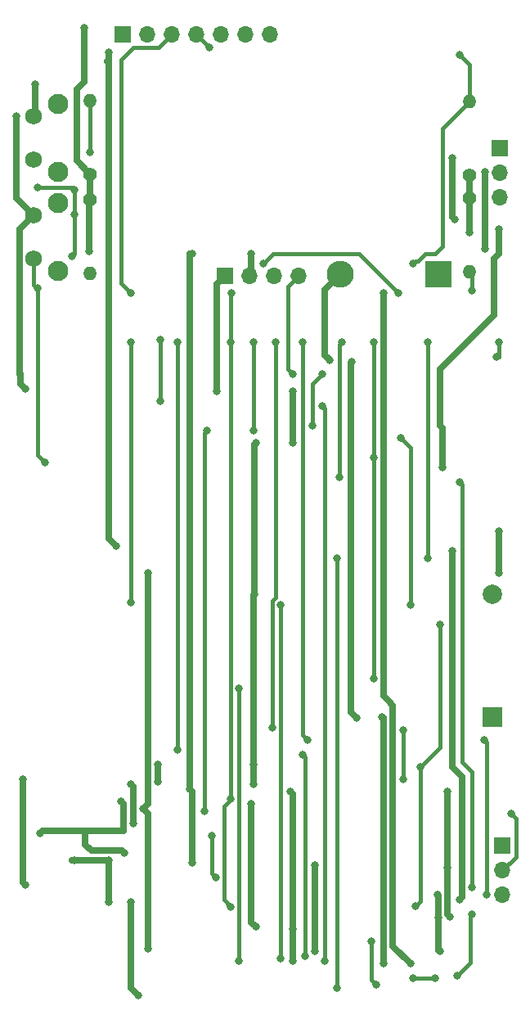
<source format=gbr>
%TF.GenerationSoftware,KiCad,Pcbnew,6.0.10-86aedd382b~118~ubuntu22.04.1*%
%TF.CreationDate,2023-01-20T17:58:32-05:00*%
%TF.ProjectId,picoco2,7069636f-636f-4322-9e6b-696361645f70,rev?*%
%TF.SameCoordinates,Original*%
%TF.FileFunction,Copper,L2,Bot*%
%TF.FilePolarity,Positive*%
%FSLAX46Y46*%
G04 Gerber Fmt 4.6, Leading zero omitted, Abs format (unit mm)*
G04 Created by KiCad (PCBNEW 6.0.10-86aedd382b~118~ubuntu22.04.1) date 2023-01-20 17:58:32*
%MOMM*%
%LPD*%
G01*
G04 APERTURE LIST*
%TA.AperFunction,ComponentPad*%
%ADD10C,1.400000*%
%TD*%
%TA.AperFunction,ComponentPad*%
%ADD11O,1.400000X1.400000*%
%TD*%
%TA.AperFunction,ComponentPad*%
%ADD12R,1.700000X1.700000*%
%TD*%
%TA.AperFunction,ComponentPad*%
%ADD13O,1.700000X1.700000*%
%TD*%
%TA.AperFunction,ComponentPad*%
%ADD14R,2.000000X2.000000*%
%TD*%
%TA.AperFunction,ComponentPad*%
%ADD15C,2.000000*%
%TD*%
%TA.AperFunction,ComponentPad*%
%ADD16C,2.100000*%
%TD*%
%TA.AperFunction,ComponentPad*%
%ADD17C,1.750000*%
%TD*%
%TA.AperFunction,ComponentPad*%
%ADD18R,2.800000X2.800000*%
%TD*%
%TA.AperFunction,ComponentPad*%
%ADD19O,2.800000X2.800000*%
%TD*%
%TA.AperFunction,ViaPad*%
%ADD20C,0.800000*%
%TD*%
%TA.AperFunction,Conductor*%
%ADD21C,0.400000*%
%TD*%
%TA.AperFunction,Conductor*%
%ADD22C,0.700000*%
%TD*%
G04 APERTURE END LIST*
D10*
%TO.P,R13,1*%
%TO.N,+3V3*%
X48500000Y-18836800D03*
D11*
%TO.P,R13,2*%
%TO.N,SCL*%
X48500000Y-26456800D03*
%TD*%
D12*
%TO.P,J3,1,Pin_1*%
%TO.N,unconnected-(J3-Pad1)*%
X51917200Y-85852000D03*
D13*
%TO.P,J3,2,Pin_2*%
%TO.N,Net-(J3-Pad2)*%
X51917200Y-88392000D03*
%TO.P,J3,3,Pin_3*%
%TO.N,WRITE_EN*%
X51917200Y-90932000D03*
%TD*%
D14*
%TO.P,BT2,1,+*%
%TO.N,VBAT_AAA*%
X50901600Y-72491600D03*
D15*
%TO.P,BT2,2,-*%
%TO.N,GND*%
X50901600Y-59791600D03*
%TD*%
D16*
%TO.P,SW2,*%
%TO.N,*%
X5916500Y-19375000D03*
X5916500Y-26385000D03*
D17*
%TO.P,SW2,1,1*%
%TO.N,BUT_B*%
X3426500Y-25135000D03*
%TO.P,SW2,2,2*%
%TO.N,GND*%
X3426500Y-20635000D03*
%TD*%
D12*
%TO.P,U3,1,GND*%
%TO.N,GND*%
X23190000Y-26924000D03*
D13*
%TO.P,U3,2,3V3*%
%TO.N,+3V3*%
X25730000Y-26924000D03*
%TO.P,U3,3,SCL*%
%TO.N,SCL*%
X28270000Y-26924000D03*
%TO.P,U3,4,SDA*%
%TO.N,SDA*%
X30810000Y-26924000D03*
%TD*%
D10*
%TO.P,R11,1*%
%TO.N,+3V3*%
X9271000Y-19050000D03*
D11*
%TO.P,R11,2*%
%TO.N,BUT_B*%
X9271000Y-26670000D03*
%TD*%
D10*
%TO.P,R10,1*%
%TO.N,+3V3*%
X9296400Y-16408400D03*
D11*
%TO.P,R10,2*%
%TO.N,BUT_A*%
X9296400Y-8788400D03*
%TD*%
D12*
%TO.P,J1,1,Pin_1*%
%TO.N,VSYS*%
X51700600Y-13664200D03*
D13*
%TO.P,J1,2,Pin_2*%
%TO.N,Net-(D1-Pad1)*%
X51700600Y-16204200D03*
%TO.P,J1,3,Pin_3*%
%TO.N,unconnected-(J1-Pad3)*%
X51700600Y-18744200D03*
%TD*%
D16*
%TO.P,SW1,*%
%TO.N,*%
X5944400Y-9124400D03*
X5944400Y-16134400D03*
D17*
%TO.P,SW1,1,1*%
%TO.N,BUT_A*%
X3454400Y-14884400D03*
%TO.P,SW1,2,2*%
%TO.N,GND*%
X3454400Y-10384400D03*
%TD*%
D10*
%TO.P,R12,1*%
%TO.N,+3V3*%
X48500000Y-16500000D03*
D11*
%TO.P,R12,2*%
%TO.N,SDA*%
X48500000Y-8880000D03*
%TD*%
D12*
%TO.P,U2,1,3v3*%
%TO.N,+3V3*%
X12623800Y-1930400D03*
D13*
%TO.P,U2,2,GND*%
%TO.N,SCD30_GND*%
X15163800Y-1930400D03*
%TO.P,U2,3,SCL*%
%TO.N,SCL*%
X17703800Y-1930400D03*
%TO.P,U2,4,SDA*%
%TO.N,SDA*%
X20243800Y-1930400D03*
%TO.P,U2,5,RDY*%
%TO.N,unconnected-(U2-Pad5)*%
X22783800Y-1930400D03*
%TO.P,U2,6,PWM*%
%TO.N,unconnected-(U2-Pad6)*%
X25323800Y-1930400D03*
%TO.P,U2,7,SEL*%
%TO.N,unconnected-(U2-Pad7)*%
X27863800Y-1930400D03*
%TD*%
D18*
%TO.P,D2,1,K*%
%TO.N,Net-(D1-Pad1)*%
X45330000Y-26720800D03*
D19*
%TO.P,D2,2,A*%
%TO.N,VBAT_AAA*%
X35170000Y-26720800D03*
%TD*%
D20*
%TO.N,BUZZER*%
X41656000Y-78994000D03*
X28448000Y-33782000D03*
X41656000Y-73914000D03*
X28156500Y-73660000D03*
%TO.N,SD_CS*%
X44196000Y-33782000D03*
X44196000Y-56134000D03*
X34798000Y-56134000D03*
X34798000Y-100584000D03*
%TO.N,MOSI*%
X33274000Y-40386000D03*
X16510000Y-39878000D03*
X16510000Y-33528000D03*
X33528000Y-97723500D03*
%TO.N,+3V3*%
X45327225Y-93264258D03*
X25908000Y-24638000D03*
X32512000Y-96774000D03*
X45278500Y-90932000D03*
X19812000Y-87630000D03*
X9144000Y-24384000D03*
X45466000Y-96774000D03*
X19812000Y-24638000D03*
X19558000Y-80010000D03*
X8636000Y-1270000D03*
X32512000Y-87884000D03*
X48500000Y-22366000D03*
%TO.N,GND*%
X1651000Y-10414000D03*
X30226000Y-44196000D03*
X2540000Y-38608000D03*
X30226000Y-94488000D03*
X46482000Y-93218000D03*
X26162000Y-79502000D03*
X16256000Y-77470000D03*
X22352000Y-38862000D03*
X29972000Y-80264000D03*
X3556000Y-7112000D03*
X26263600Y-59791600D03*
X46228000Y-80264000D03*
X26416000Y-44196000D03*
X30226000Y-97790000D03*
X30226000Y-38862000D03*
X26162000Y-77470000D03*
X12827000Y-86614000D03*
X16256000Y-79248000D03*
X4064000Y-84582000D03*
X46228000Y-88138000D03*
X12446000Y-81280000D03*
%TO.N,SCK*%
X18288000Y-75946000D03*
X31242000Y-76454000D03*
X18288000Y-33782000D03*
X31496000Y-97282000D03*
%TO.N,MISO*%
X13462000Y-60706000D03*
X28956000Y-60960000D03*
X13462000Y-33782000D03*
X28956000Y-97536000D03*
%TO.N,Net-(J3-Pad2)*%
X52832000Y-82550000D03*
%TO.N,WRITE_EN*%
X50292000Y-90932000D03*
X31750000Y-74930000D03*
X31242000Y-33782000D03*
X50038000Y-74930000D03*
%TO.N,SCD30_EN*%
X48768000Y-92964000D03*
X47244000Y-99314000D03*
X35052000Y-47752000D03*
X42672000Y-99568000D03*
X38354000Y-95758000D03*
X44958000Y-99568000D03*
X35306000Y-33782000D03*
X48768000Y-90170000D03*
X38862000Y-100212502D03*
X47498000Y-48260000D03*
%TO.N,SCD30_GND*%
X11176000Y-3810000D03*
X47498000Y-91440000D03*
X46736000Y-55372000D03*
X11938000Y-54864000D03*
%TO.N,BUT_A*%
X7366000Y-24892000D03*
X41148000Y-28702000D03*
X9245600Y-14122400D03*
X7620000Y-18034000D03*
X3810000Y-17780000D03*
X7620000Y-20574000D03*
X27178000Y-25654000D03*
%TO.N,BUT_B*%
X4572000Y-46228000D03*
X24638000Y-97790000D03*
X3810000Y-28194000D03*
X24638000Y-69596000D03*
X38608000Y-33782000D03*
X38608000Y-68580000D03*
X38608000Y-45720000D03*
%TO.N,Net-(BT1-Pad1)*%
X26415200Y-94234800D03*
X25908000Y-81534000D03*
%TO.N,VSYS*%
X46990000Y-21082000D03*
X45720000Y-46736000D03*
X51562000Y-22098000D03*
X46736000Y-14732000D03*
%TO.N,SDA*%
X47498000Y-4064000D03*
X43434000Y-77724000D03*
X33274000Y-37084000D03*
X51562000Y-33782000D03*
X21590000Y-3302000D03*
X45466000Y-62992000D03*
X41402000Y-43688000D03*
X51308000Y-35306000D03*
X42672000Y-25654000D03*
X42418000Y-60960000D03*
X42926000Y-92057300D03*
X30226000Y-37084000D03*
X32258000Y-42418000D03*
%TO.N,SCL*%
X23876000Y-28702000D03*
X23838500Y-92202000D03*
X48768000Y-28448000D03*
X23838500Y-81026000D03*
X23838500Y-33744500D03*
X13462000Y-28702000D03*
%TO.N,RTC_INT*%
X26162000Y-33782000D03*
X21082000Y-82296000D03*
X21336000Y-42926000D03*
X26162000Y-42926000D03*
%TO.N,VBAT_AAA*%
X39624000Y-98044000D03*
X36830000Y-72593200D03*
X36322000Y-35814000D03*
X34036000Y-35597500D03*
X39522400Y-72491600D03*
%TO.N,VBAT_LIPO*%
X14224000Y-101346000D03*
X11176000Y-87376000D03*
X11176000Y-91694000D03*
X13462000Y-91694000D03*
X7620000Y-87376000D03*
%TO.N,Net-(C1-Pad1)*%
X21844000Y-84836000D03*
X22314500Y-89154000D03*
%TO.N,VBUS*%
X15240000Y-96520000D03*
X15240000Y-57658000D03*
X51562000Y-53340000D03*
X51562000Y-57658000D03*
X14732000Y-82042000D03*
%TO.N,Net-(R7-Pad2)*%
X2286000Y-78994000D03*
X2540000Y-89916000D03*
%TO.N,Net-(R8-Pad1)*%
X13462000Y-79502000D03*
X13716000Y-83566000D03*
%TO.N,Net-(D1-Pad1)*%
X50165000Y-16129000D03*
X39624000Y-28702000D03*
X50165000Y-24130000D03*
X42418000Y-98044000D03*
%TD*%
D21*
%TO.N,BUZZER*%
X28156500Y-60489500D02*
X28448000Y-60198000D01*
X28156500Y-73660000D02*
X28156500Y-60489500D01*
X28448000Y-60198000D02*
X28448000Y-33782000D01*
X41656000Y-78994000D02*
X41656000Y-73914000D01*
%TO.N,SD_CS*%
X34798000Y-100584000D02*
X34798000Y-91440000D01*
X34798000Y-91440000D02*
X34798000Y-56134000D01*
X44196000Y-56134000D02*
X44196000Y-33782000D01*
%TO.N,MOSI*%
X33528000Y-92710000D02*
X33528000Y-40640000D01*
X33528000Y-40640000D02*
X33274000Y-40386000D01*
X16510000Y-39878000D02*
X16510000Y-33528000D01*
X33528000Y-97723500D02*
X33528000Y-92710000D01*
D22*
%TO.N,+3V3*%
X7874000Y-7620000D02*
X7874000Y-14986000D01*
X48500000Y-18836800D02*
X48500000Y-22366000D01*
X48500000Y-18836800D02*
X48500000Y-16500000D01*
X9296400Y-19024600D02*
X9271000Y-19050000D01*
X19812000Y-87630000D02*
X19812000Y-80264000D01*
X19558000Y-24638000D02*
X19812000Y-24638000D01*
X45327225Y-90980725D02*
X45278500Y-90932000D01*
X45327225Y-93264258D02*
X45327225Y-96635225D01*
X45327225Y-96635225D02*
X45466000Y-96774000D01*
X8636000Y-6858000D02*
X7874000Y-7620000D01*
D21*
X25908000Y-27178000D02*
X25730000Y-27000000D01*
D22*
X25908000Y-24638000D02*
X25908000Y-26746000D01*
X8636000Y-1270000D02*
X8636000Y-6858000D01*
X19812000Y-80264000D02*
X19558000Y-80010000D01*
X7874000Y-14986000D02*
X9296400Y-16408400D01*
X45327225Y-93264258D02*
X45327225Y-90980725D01*
X19558000Y-80010000D02*
X19558000Y-24638000D01*
X9144000Y-19177000D02*
X9271000Y-19050000D01*
X9144000Y-24384000D02*
X9144000Y-19177000D01*
X9296400Y-16408400D02*
X9296400Y-19024600D01*
X32512000Y-96774000D02*
X32512000Y-87884000D01*
X25908000Y-26746000D02*
X25730000Y-26924000D01*
%TO.N,GND*%
X4318000Y-84328000D02*
X4064000Y-84582000D01*
X8763000Y-85725000D02*
X8763000Y-84328000D01*
X16256000Y-79248000D02*
X16256000Y-77470000D01*
X26263600Y-59791600D02*
X26263600Y-44348400D01*
X3556000Y-7112000D02*
X3556000Y-10282800D01*
X8763000Y-84328000D02*
X4318000Y-84328000D01*
X3426500Y-20635000D02*
X2001500Y-22060000D01*
X1651000Y-10414000D02*
X1651000Y-18859500D01*
X30226000Y-44196000D02*
X30226000Y-38862000D01*
X2001500Y-22060000D02*
X2001500Y-37053500D01*
X26162000Y-79502000D02*
X26162000Y-77470000D01*
X22352000Y-38862000D02*
X22352000Y-27762000D01*
X3556000Y-10282800D02*
X3454400Y-10384400D01*
X12700000Y-84328000D02*
X12700000Y-81534000D01*
X12827000Y-86614000D02*
X12573000Y-86360000D01*
X12573000Y-86360000D02*
X9398000Y-86360000D01*
X30226000Y-80518000D02*
X29972000Y-80264000D01*
X26162000Y-77470000D02*
X26162000Y-59893200D01*
X46228000Y-92964000D02*
X46482000Y-93218000D01*
X46228000Y-88138000D02*
X46228000Y-80264000D01*
X12700000Y-81534000D02*
X12446000Y-81280000D01*
X2001500Y-37053500D02*
X2032000Y-37084000D01*
X26263600Y-44348400D02*
X26416000Y-44196000D01*
X2032000Y-38100000D02*
X2540000Y-38608000D01*
X26162000Y-59893200D02*
X26263600Y-59791600D01*
X2032000Y-37084000D02*
X2032000Y-38100000D01*
X12700000Y-84328000D02*
X8763000Y-84328000D01*
X1651000Y-18859500D02*
X3426500Y-20635000D01*
X9398000Y-86360000D02*
X8763000Y-85725000D01*
X22352000Y-27762000D02*
X23190000Y-26924000D01*
D21*
X23190000Y-27000000D02*
X23190000Y-27102000D01*
D22*
X30226000Y-97790000D02*
X30226000Y-80518000D01*
X46228000Y-88138000D02*
X46228000Y-92964000D01*
D21*
%TO.N,SCK*%
X18288000Y-75946000D02*
X18288000Y-33782000D01*
X31496000Y-76708000D02*
X31242000Y-76454000D01*
X31496000Y-97282000D02*
X31496000Y-76708000D01*
%TO.N,MISO*%
X13462000Y-38100000D02*
X13462000Y-60706000D01*
X13462000Y-33782000D02*
X13462000Y-38100000D01*
X28956000Y-60960000D02*
X28956000Y-97536000D01*
%TO.N,Net-(J3-Pad2)*%
X53340000Y-83058000D02*
X52832000Y-82550000D01*
X53340000Y-83312000D02*
X53340000Y-83058000D01*
X53340000Y-86969200D02*
X53340000Y-83312000D01*
X51917200Y-88392000D02*
X53340000Y-86969200D01*
%TO.N,WRITE_EN*%
X31750000Y-74930000D02*
X31242000Y-74422000D01*
X50292000Y-90932000D02*
X50292000Y-75184000D01*
X50292000Y-75184000D02*
X50038000Y-74930000D01*
X31242000Y-74422000D02*
X31242000Y-33782000D01*
%TO.N,SCD30_EN*%
X42672000Y-99568000D02*
X44958000Y-99568000D01*
X47752000Y-77216000D02*
X47752000Y-75946000D01*
X48768000Y-82804000D02*
X48768000Y-78232000D01*
X48651200Y-97906800D02*
X48651200Y-93080800D01*
X38354000Y-95758000D02*
X38354000Y-99704502D01*
X48768000Y-78232000D02*
X48514000Y-77978000D01*
X47244000Y-99314000D02*
X48651200Y-97906800D01*
X38354000Y-99704502D02*
X38862000Y-100212502D01*
X47752000Y-75946000D02*
X47752000Y-48514000D01*
X47752000Y-48514000D02*
X47498000Y-48260000D01*
X48768000Y-90170000D02*
X48768000Y-82804000D01*
X48514000Y-77978000D02*
X47752000Y-77216000D01*
X35052000Y-34036000D02*
X35306000Y-33782000D01*
X48651200Y-93080800D02*
X48768000Y-92964000D01*
X35052000Y-47752000D02*
X35052000Y-34036000D01*
D22*
%TO.N,SCD30_GND*%
X47244000Y-78232000D02*
X47752000Y-78740000D01*
X11176000Y-17526000D02*
X11176000Y-54102000D01*
X15367000Y-2133600D02*
X15163800Y-1930400D01*
X11176000Y-3810000D02*
X11176000Y-4602000D01*
X47752000Y-91186000D02*
X47498000Y-91440000D01*
X47752000Y-83312000D02*
X47752000Y-91186000D01*
X46736000Y-55372000D02*
X46736000Y-77724000D01*
X11176000Y-4602000D02*
X11064000Y-4714000D01*
X11176000Y-54102000D02*
X11938000Y-54864000D01*
X11176000Y-4826000D02*
X11176000Y-17526000D01*
X47752000Y-78740000D02*
X47752000Y-83312000D01*
X46736000Y-77724000D02*
X47244000Y-78232000D01*
X11064000Y-4714000D02*
X11176000Y-4826000D01*
D21*
%TO.N,BUT_A*%
X37084000Y-24638000D02*
X41148000Y-28702000D01*
X7620000Y-24638000D02*
X7620000Y-18034000D01*
X7366000Y-24892000D02*
X7620000Y-24638000D01*
X28194000Y-24638000D02*
X37084000Y-24638000D01*
X9296400Y-8788400D02*
X9296400Y-14122400D01*
X27178000Y-25654000D02*
X28194000Y-24638000D01*
X3810000Y-17780000D02*
X7366000Y-17780000D01*
X7366000Y-17780000D02*
X7620000Y-18034000D01*
%TO.N,BUT_B*%
X3426500Y-25135000D02*
X3426500Y-27810500D01*
X3810000Y-28194000D02*
X3810000Y-45466000D01*
X24638000Y-69596000D02*
X24638000Y-97790000D01*
X38608000Y-41402000D02*
X38608000Y-45720000D01*
X3810000Y-45466000D02*
X4572000Y-46228000D01*
X3426500Y-27810500D02*
X3810000Y-28194000D01*
X38608000Y-33782000D02*
X38608000Y-41402000D01*
X38608000Y-45720000D02*
X38608000Y-68580000D01*
D22*
%TO.N,Net-(BT1-Pad1)*%
X25908000Y-93727600D02*
X26415200Y-94234800D01*
X25908000Y-81534000D02*
X25908000Y-93727600D01*
%TO.N,VSYS*%
X46736000Y-14732000D02*
X46736000Y-20828000D01*
X45466000Y-42418000D02*
X45720000Y-42672000D01*
X45503500Y-36538500D02*
X45466000Y-36538500D01*
X51054000Y-25146000D02*
X51054000Y-30988000D01*
X45466000Y-36538500D02*
X45466000Y-42418000D01*
X51562000Y-22098000D02*
X51562000Y-24638000D01*
X51054000Y-30988000D02*
X45503500Y-36538500D01*
X45720000Y-42672000D02*
X45720000Y-46736000D01*
X51562000Y-24638000D02*
X51054000Y-25146000D01*
X46736000Y-20828000D02*
X46990000Y-21082000D01*
D21*
%TO.N,SDA*%
X29718000Y-36576000D02*
X29718000Y-28016000D01*
X45466000Y-71374000D02*
X45466000Y-62992000D01*
X21336000Y-3048000D02*
X21590000Y-3302000D01*
X32258000Y-38100000D02*
X33274000Y-37084000D01*
X32258000Y-42418000D02*
X32258000Y-38100000D01*
X43180000Y-25400000D02*
X42926000Y-25400000D01*
X29718000Y-28016000D02*
X30810000Y-26924000D01*
X21336000Y-3022600D02*
X20243800Y-1930400D01*
X30226000Y-37084000D02*
X29718000Y-36576000D01*
X21336000Y-3022600D02*
X21336000Y-3048000D01*
X45720000Y-11660000D02*
X45720000Y-23876000D01*
X45466000Y-75692000D02*
X45466000Y-71374000D01*
X43434000Y-91549300D02*
X42926000Y-92057300D01*
X42418000Y-60960000D02*
X42418000Y-44704000D01*
X45720000Y-23876000D02*
X44958000Y-24638000D01*
X42418000Y-44704000D02*
X41402000Y-43688000D01*
X42926000Y-25400000D02*
X42672000Y-25654000D01*
X51562000Y-33782000D02*
X51562000Y-35306000D01*
X48500000Y-5066000D02*
X48500000Y-8880000D01*
X43434000Y-77724000D02*
X43434000Y-91549300D01*
X43942000Y-24638000D02*
X43180000Y-25400000D01*
X44958000Y-24638000D02*
X43942000Y-24638000D01*
X43434000Y-77724000D02*
X45466000Y-75692000D01*
X51562000Y-35306000D02*
X51308000Y-35306000D01*
X48500000Y-8880000D02*
X45720000Y-11660000D01*
X47498000Y-4064000D02*
X48500000Y-5066000D01*
%TO.N,SCL*%
X23838500Y-81026000D02*
X23876000Y-81063500D01*
X23838500Y-81063500D02*
X23114000Y-81788000D01*
X23876000Y-28702000D02*
X23838500Y-28739500D01*
D22*
X28448000Y-26873200D02*
X28600400Y-27025600D01*
D21*
X13716000Y-3302000D02*
X16332200Y-3302000D01*
X48768000Y-28448000D02*
X48768000Y-26724800D01*
X23838500Y-81026000D02*
X23838500Y-81063500D01*
X23838500Y-81026000D02*
X23838500Y-34581500D01*
X23838500Y-92164500D02*
X23114000Y-91440000D01*
X23838500Y-34581500D02*
X23838500Y-33744500D01*
X12446000Y-27686000D02*
X12446000Y-4572000D01*
X23622000Y-81026000D02*
X23838500Y-81026000D01*
X13462000Y-28702000D02*
X12446000Y-27686000D01*
X16332200Y-3302000D02*
X17703800Y-1930400D01*
X23838500Y-92202000D02*
X23838500Y-92164500D01*
D22*
X28321000Y-26949000D02*
X28270000Y-27000000D01*
D21*
X48768000Y-26724800D02*
X48500000Y-26456800D01*
X23114000Y-91440000D02*
X23114000Y-81788000D01*
X23838500Y-28739500D02*
X23838500Y-33744500D01*
X12446000Y-4572000D02*
X13716000Y-3302000D01*
%TO.N,RTC_INT*%
X26162000Y-42926000D02*
X26162000Y-33782000D01*
X21082000Y-82296000D02*
X21082000Y-43180000D01*
X21082000Y-43180000D02*
X21336000Y-42926000D01*
D22*
%TO.N,VBAT_AAA*%
X36271200Y-37642800D02*
X36271200Y-49733200D01*
X36271200Y-72034400D02*
X36830000Y-72593200D01*
X36271200Y-35864800D02*
X36271200Y-37642800D01*
X33578800Y-35102800D02*
X34036000Y-35560000D01*
X34036000Y-35560000D02*
X34036000Y-35597500D01*
X39624000Y-98044000D02*
X39624000Y-72593200D01*
X36271200Y-36576000D02*
X36271200Y-37642800D01*
X36271200Y-49733200D02*
X36271200Y-72034400D01*
X33578800Y-28312000D02*
X35170000Y-26720800D01*
X39624000Y-72593200D02*
X39522400Y-72491600D01*
X36322000Y-35814000D02*
X36271200Y-35864800D01*
X33578800Y-28312000D02*
X33578800Y-35102800D01*
%TO.N,VBAT_LIPO*%
X11176000Y-87376000D02*
X11176000Y-91694000D01*
X7366000Y-87376000D02*
X7620000Y-87376000D01*
X11176000Y-87376000D02*
X7366000Y-87376000D01*
X13462000Y-100584000D02*
X14224000Y-101346000D01*
X13462000Y-91694000D02*
X13462000Y-100584000D01*
D21*
%TO.N,Net-(C1-Pad1)*%
X22314500Y-89154000D02*
X21844000Y-88683500D01*
X21844000Y-88683500D02*
X21844000Y-84836000D01*
D22*
%TO.N,VBUS*%
X15240000Y-96520000D02*
X15240000Y-82550000D01*
X15240000Y-82550000D02*
X14732000Y-82042000D01*
X15240000Y-81534000D02*
X14732000Y-82042000D01*
X15240000Y-57658000D02*
X15240000Y-81534000D01*
X51562000Y-53340000D02*
X51562000Y-57658000D01*
%TO.N,Net-(R7-Pad2)*%
X2286000Y-78994000D02*
X2286000Y-89662000D01*
X2286000Y-89662000D02*
X2540000Y-89916000D01*
%TO.N,Net-(R8-Pad1)*%
X13716000Y-79756000D02*
X13462000Y-79502000D01*
X13716000Y-83566000D02*
X13716000Y-79756000D01*
%TO.N,Net-(D1-Pad1)*%
X50165000Y-24130000D02*
X50165000Y-16129000D01*
X42418000Y-98044000D02*
X40612976Y-96238976D01*
X40132000Y-70866000D02*
X39624000Y-70358000D01*
X39624000Y-70358000D02*
X39624000Y-64008000D01*
X40612976Y-71346976D02*
X40132000Y-70866000D01*
X39624000Y-64008000D02*
X39624000Y-28702000D01*
X40612976Y-96238976D02*
X40612976Y-71346976D01*
%TD*%
M02*

</source>
